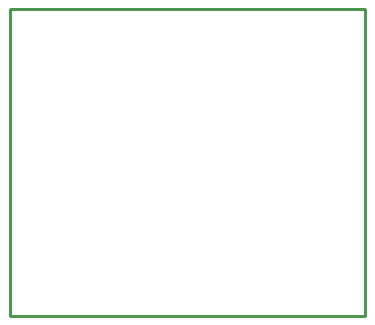
<source format=gbr>
G04 EAGLE Gerber RS-274X export*
G75*
%MOMM*%
%FSLAX34Y34*%
%LPD*%
%IN*%
%IPPOS*%
%AMOC8*
5,1,8,0,0,1.08239X$1,22.5*%
G01*
%ADD10C,0.254000*%


D10*
X-30000Y-30000D02*
X270000Y-30000D01*
X270000Y230000D01*
X-30000Y230000D01*
X-30000Y-30000D01*
M02*

</source>
